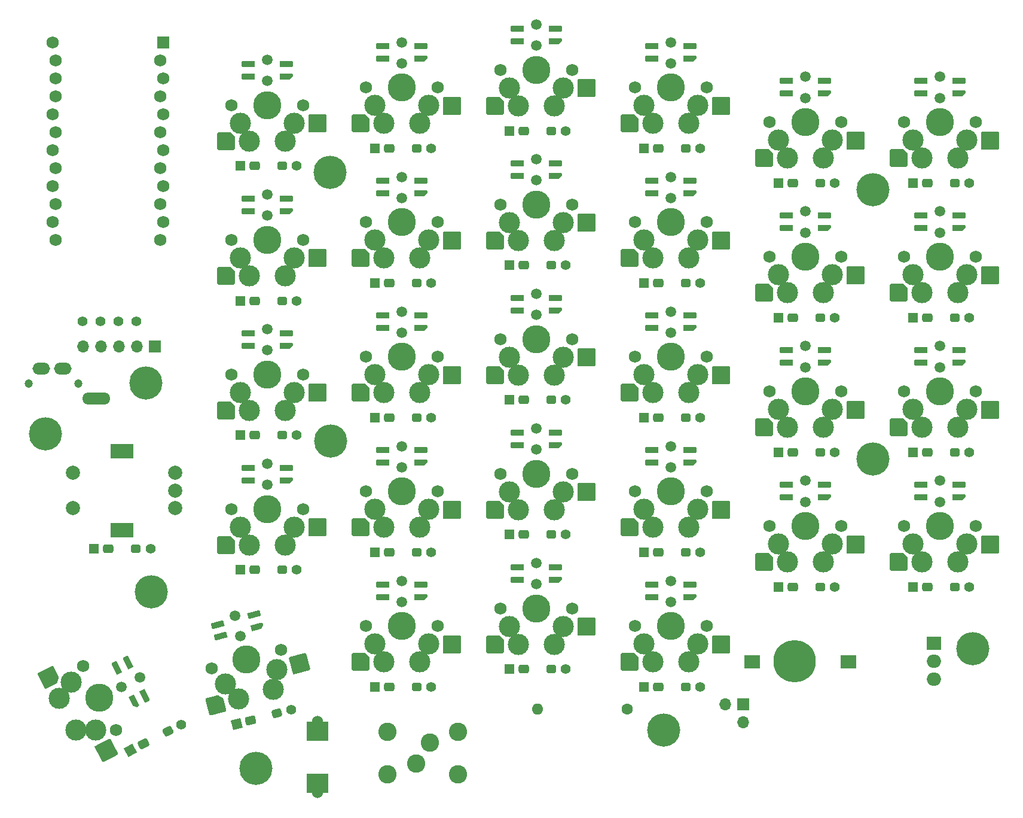
<source format=gbs>
G04 #@! TF.GenerationSoftware,KiCad,Pcbnew,(7.0.0-0)*
G04 #@! TF.CreationDate,2023-04-09T16:09:40-07:00*
G04 #@! TF.ProjectId,Sofle_Loud,536f666c-655f-44c6-9f75-642e6b696361,rev?*
G04 #@! TF.SameCoordinates,Original*
G04 #@! TF.FileFunction,Soldermask,Bot*
G04 #@! TF.FilePolarity,Negative*
%FSLAX46Y46*%
G04 Gerber Fmt 4.6, Leading zero omitted, Abs format (unit mm)*
G04 Created by KiCad (PCBNEW (7.0.0-0)) date 2023-04-09 16:09:40*
%MOMM*%
%LPD*%
G01*
G04 APERTURE LIST*
G04 Aperture macros list*
%AMRoundRect*
0 Rectangle with rounded corners*
0 $1 Rounding radius*
0 $2 $3 $4 $5 $6 $7 $8 $9 X,Y pos of 4 corners*
0 Add a 4 corners polygon primitive as box body*
4,1,4,$2,$3,$4,$5,$6,$7,$8,$9,$2,$3,0*
0 Add four circle primitives for the rounded corners*
1,1,$1+$1,$2,$3*
1,1,$1+$1,$4,$5*
1,1,$1+$1,$6,$7*
1,1,$1+$1,$8,$9*
0 Add four rect primitives between the rounded corners*
20,1,$1+$1,$2,$3,$4,$5,0*
20,1,$1+$1,$4,$5,$6,$7,0*
20,1,$1+$1,$6,$7,$8,$9,0*
20,1,$1+$1,$8,$9,$2,$3,0*%
%AMRotRect*
0 Rectangle, with rotation*
0 The origin of the aperture is its center*
0 $1 length*
0 $2 width*
0 $3 Rotation angle, in degrees counterclockwise*
0 Add horizontal line*
21,1,$1,$2,0,0,$3*%
%AMFreePoly0*
4,1,18,-0.744993,0.000000,-0.324890,0.420103,0.534941,0.420103,0.615324,0.404114,0.683470,0.358580,0.729004,0.290434,0.744993,0.210051,0.744993,-0.210051,0.729004,-0.290434,0.683470,-0.358580,0.615324,-0.404114,0.534941,-0.420103,-0.534941,-0.420103,-0.615324,-0.404114,-0.683470,-0.358580,-0.729004,-0.290434,-0.744993,-0.210051,-0.744993,0.000000,-0.744993,0.000000,$1*%
%AMFreePoly1*
4,1,13,-0.909987,0.210051,-0.893998,0.290434,-0.848464,0.358580,-0.780318,0.404114,-0.699935,0.420103,0.909987,0.420103,0.909987,-0.420103,-0.699935,-0.420103,-0.780318,-0.404114,-0.848464,-0.358580,-0.893998,-0.290434,-0.909987,-0.210051,-0.909987,0.210051,-0.909987,0.210051,$1*%
%AMFreePoly2*
4,1,13,-0.909987,0.212526,-0.893809,0.293856,-0.847740,0.362805,-0.778791,0.408874,-0.697461,0.425052,0.909987,0.425052,0.909987,-0.425052,-0.697461,-0.425052,-0.778791,-0.408874,-0.847740,-0.362805,-0.893809,-0.293856,-0.909987,-0.212526,-0.909987,0.212526,-0.909987,0.212526,$1*%
%AMFreePoly3*
4,1,17,-1.275000,1.012000,-1.255742,1.108819,-1.200898,1.190898,-1.118819,1.245742,-1.022000,1.265000,1.275000,1.265000,1.275000,-1.012000,1.255742,-1.108819,1.200898,-1.190898,1.118819,-1.245742,1.022000,-1.265000,-1.022000,-1.265000,-1.118819,-1.245742,-1.200898,-1.190898,-1.255742,-1.108819,-1.275000,-1.012000,-1.275000,1.012000,-1.275000,1.012000,$1*%
%AMFreePoly4*
4,1,18,-1.250000,1.010000,-1.230970,1.105671,-1.176777,1.186777,-1.095671,1.240970,-1.000000,1.260000,1.000000,1.260000,1.095671,1.240970,1.176777,1.186777,1.230970,1.105671,1.250000,1.010000,1.250000,-1.010000,1.230970,-1.105671,1.176777,-1.186777,1.095671,-1.240970,1.000000,-1.260000,-0.625000,-1.260000,-1.250000,-0.635000,-1.250000,1.010000,-1.250000,1.010000,$1*%
G04 Aperture macros list end*
%ADD10C,1.200000*%
%ADD11O,4.000000X1.700000*%
%ADD12O,2.500000X1.700000*%
%ADD13C,4.700000*%
%ADD14R,1.752600X1.752600*%
%ADD15C,1.752600*%
%ADD16C,1.524000*%
%ADD17C,1.750000*%
%ADD18C,3.000000*%
%ADD19FreePoly0,180.000000*%
%ADD20FreePoly1,180.000000*%
%ADD21R,1.379987X0.840206*%
%ADD22C,3.987800*%
%ADD23C,1.500000*%
%ADD24FreePoly1,0.000000*%
%ADD25FreePoly2,0.000000*%
%ADD26FreePoly3,180.000000*%
%ADD27FreePoly4,180.000000*%
%ADD28FreePoly0,117.000000*%
%ADD29FreePoly1,117.000000*%
%ADD30RotRect,1.379987X0.840206X117.000000*%
%ADD31FreePoly1,297.000000*%
%ADD32FreePoly2,297.000000*%
%ADD33FreePoly3,117.000000*%
%ADD34FreePoly4,117.000000*%
%ADD35C,1.397000*%
%ADD36C,2.000000*%
%ADD37R,3.200000X2.000000*%
%ADD38FreePoly0,195.000000*%
%ADD39FreePoly1,195.000000*%
%ADD40RotRect,1.379987X0.840206X195.000000*%
%ADD41FreePoly1,15.000000*%
%ADD42FreePoly2,15.000000*%
%ADD43FreePoly3,195.000000*%
%ADD44FreePoly4,195.000000*%
%ADD45R,1.700000X1.700000*%
%ADD46O,1.700000X1.700000*%
%ADD47C,2.600000*%
%ADD48C,0.500000*%
%ADD49R,2.311400X1.955800*%
%ADD50C,1.600000*%
%ADD51O,1.600000X1.600000*%
%ADD52R,3.120000X2.795000*%
%ADD53C,6.000000*%
%ADD54R,2.000000X1.905000*%
%ADD55O,2.000000X1.905000*%
%ADD56R,1.400000X1.400000*%
%ADD57RoundRect,0.300000X-0.450000X-0.300000X0.450000X-0.300000X0.450000X0.300000X-0.450000X0.300000X0*%
%ADD58RoundRect,0.300000X-0.400000X-0.300000X0.400000X-0.300000X0.400000X0.300000X-0.400000X0.300000X0*%
%ADD59C,1.400000*%
%ADD60RotRect,1.400000X1.400000X27.000000*%
%ADD61RoundRect,0.300000X-0.264756X-0.471598X0.537150X-0.063006X0.264756X0.471598X-0.537150X0.063006X0*%
%ADD62RoundRect,0.300000X-0.220205X-0.448898X0.492600X-0.085706X0.220205X0.448898X-0.492600X0.085706X0*%
%ADD63RotRect,1.400000X1.400000X15.000000*%
%ADD64RoundRect,0.300000X-0.357021X-0.406246X0.512312X-0.173309X0.357021X0.406246X-0.512312X0.173309X0*%
%ADD65RoundRect,0.300000X-0.308725X-0.393305X0.464016X-0.186250X0.308725X0.393305X-0.464016X0.186250X0*%
G04 APERTURE END LIST*
D10*
X86750000Y-89370000D03*
X86750000Y-89370000D03*
X93750000Y-89370000D03*
X93750000Y-89370000D03*
D11*
X96299999Y-91469999D03*
D12*
X91549999Y-87269999D03*
X88549999Y-87269999D03*
D13*
X104080000Y-118820000D03*
D14*
X105811399Y-41079254D03*
D15*
X105354200Y-43619255D03*
X105811400Y-46159255D03*
X105354200Y-48699255D03*
X105811400Y-51239255D03*
X105354200Y-53779255D03*
X105811400Y-56319255D03*
X105354200Y-58859255D03*
X105811400Y-61399255D03*
X105354200Y-63939255D03*
X105811400Y-66479255D03*
X105354200Y-69019255D03*
X90571400Y-69019255D03*
X90114200Y-66479255D03*
X90571400Y-63939255D03*
X90114200Y-61399255D03*
X90571400Y-58859255D03*
X90114200Y-56319255D03*
X90571400Y-53779255D03*
X90114200Y-51239255D03*
X90571400Y-48699255D03*
X90571400Y-46159255D03*
D16*
X90571400Y-43619255D03*
D15*
X90571400Y-43619255D03*
X90114200Y-41079255D03*
D17*
X125630000Y-50000000D03*
X125630000Y-50000000D03*
D18*
X124360000Y-52540000D03*
D19*
X123404992Y-45909999D03*
D20*
X123239999Y-44159999D03*
D18*
X123090000Y-55080000D03*
D21*
X123020005Y-45909999D03*
D22*
X120550000Y-50000000D03*
X120550000Y-50000000D03*
D23*
X120550000Y-46569730D03*
X120550000Y-43570000D03*
D18*
X118010000Y-55080000D03*
D24*
X117860012Y-45904896D03*
D25*
X117859999Y-44155051D03*
D18*
X116740000Y-52540000D03*
D17*
X115470000Y-50000000D03*
X115470000Y-50000000D03*
D26*
X127634999Y-52554999D03*
D27*
X114707999Y-55069999D03*
D17*
X163730000Y-45000000D03*
X163730000Y-45000000D03*
D18*
X162460000Y-47540000D03*
D19*
X161504992Y-40909999D03*
D20*
X161339999Y-39159999D03*
D18*
X161190000Y-50080000D03*
D21*
X161120005Y-40909999D03*
D22*
X158650000Y-45000000D03*
X158650000Y-45000000D03*
D23*
X158650000Y-41569730D03*
X158650000Y-38570000D03*
D18*
X156110000Y-50080000D03*
D24*
X155960012Y-40904896D03*
D25*
X155959999Y-39155051D03*
D18*
X154840000Y-47540000D03*
D17*
X153570000Y-45000000D03*
X153570000Y-45000000D03*
D26*
X165734999Y-47554999D03*
D27*
X152807999Y-50069999D03*
D17*
X125630000Y-88100000D03*
X125630000Y-88100000D03*
D18*
X124360000Y-90640000D03*
D19*
X123404992Y-84009999D03*
D20*
X123239999Y-82259999D03*
D18*
X123090000Y-93180000D03*
D21*
X123020005Y-84009999D03*
D22*
X120550000Y-88100000D03*
X120550000Y-88100000D03*
D23*
X120550000Y-84669730D03*
X120550000Y-81670000D03*
D18*
X118010000Y-93180000D03*
D24*
X117860012Y-84004896D03*
D25*
X117859999Y-82255051D03*
D18*
X116740000Y-90640000D03*
D17*
X115470000Y-88100000D03*
X115470000Y-88100000D03*
D26*
X127634999Y-90654999D03*
D27*
X114707999Y-93169999D03*
D17*
X144680000Y-85600000D03*
X144680000Y-85600000D03*
D18*
X143410000Y-88140000D03*
D19*
X142454992Y-81509999D03*
D20*
X142289999Y-79759999D03*
D18*
X142140000Y-90680000D03*
D21*
X142070005Y-81509999D03*
D22*
X139600000Y-85600000D03*
X139600000Y-85600000D03*
D23*
X139600000Y-82169730D03*
X139600000Y-79170000D03*
D18*
X137060000Y-90680000D03*
D24*
X136910012Y-81504896D03*
D25*
X136909999Y-79755051D03*
D18*
X135790000Y-88140000D03*
D17*
X134520000Y-85600000D03*
X134520000Y-85600000D03*
D26*
X146684999Y-88154999D03*
D27*
X133757999Y-90669999D03*
D17*
X163730000Y-102150000D03*
X163730000Y-102150000D03*
D18*
X162460000Y-104690000D03*
D19*
X161504992Y-98059999D03*
D20*
X161339999Y-96309999D03*
D18*
X161190000Y-107230000D03*
D21*
X161120005Y-98059999D03*
D22*
X158650000Y-102150000D03*
X158650000Y-102150000D03*
D23*
X158650000Y-98719730D03*
X158650000Y-95720000D03*
D18*
X156110000Y-107230000D03*
D24*
X155960012Y-98054896D03*
D25*
X155959999Y-96305051D03*
D18*
X154840000Y-104690000D03*
D17*
X153570000Y-102150000D03*
X153570000Y-102150000D03*
D26*
X165734999Y-104704999D03*
D27*
X152807999Y-107219999D03*
D17*
X201830000Y-109550000D03*
X201830000Y-109550000D03*
D18*
X200560000Y-112090000D03*
D19*
X199604992Y-105459999D03*
D20*
X199439999Y-103709999D03*
D18*
X199290000Y-114630000D03*
D21*
X199220005Y-105459999D03*
D22*
X196750000Y-109550000D03*
X196750000Y-109550000D03*
D23*
X196750000Y-106119730D03*
X196750000Y-103120000D03*
D18*
X194210000Y-114630000D03*
D24*
X194060012Y-105454896D03*
D25*
X194059999Y-103705051D03*
D18*
X192940000Y-112090000D03*
D17*
X191670000Y-109550000D03*
X191670000Y-109550000D03*
D26*
X203834999Y-112104999D03*
D27*
X190907999Y-114619999D03*
D17*
X99102018Y-138367122D03*
X99102018Y-138367122D03*
D18*
X96262293Y-138388680D03*
D28*
X101736101Y-134527804D03*
D29*
X103220458Y-133586311D03*
D18*
X93422569Y-138410237D03*
D30*
X101561321Y-134184778D03*
D22*
X96795746Y-133840809D03*
X96795746Y-133840809D03*
D23*
X99852139Y-132283499D03*
X102524918Y-130921650D03*
D18*
X91116297Y-133883924D03*
D31*
X99223280Y-129584874D03*
D32*
X100782397Y-128790450D03*
D18*
X92802886Y-131599210D03*
D17*
X94489474Y-129314496D03*
X94489474Y-129314496D03*
D33*
X97735746Y-141313535D03*
D34*
X89626129Y-130937280D03*
D13*
X89175000Y-96460000D03*
D35*
X94389999Y-80530000D03*
X96929999Y-80530000D03*
X99469999Y-80530000D03*
X102009999Y-80530000D03*
D13*
X103336053Y-89258552D03*
D36*
X107500000Y-107000000D03*
X107500000Y-102000000D03*
X107500000Y-104500000D03*
D37*
X99999999Y-110099999D03*
X99999999Y-98899999D03*
D36*
X93000000Y-102000000D03*
X93000000Y-107000000D03*
D17*
X122506903Y-127085199D03*
X122506903Y-127085199D03*
D18*
X121937578Y-129867351D03*
D38*
X119299141Y-123710436D03*
D39*
X118686836Y-122062769D03*
D18*
X121368252Y-132649503D03*
D40*
X118927272Y-123810078D03*
D22*
X117600000Y-128400000D03*
X117600000Y-128400000D03*
D23*
X116712181Y-125086614D03*
X115935794Y-122189097D03*
D18*
X116461349Y-133964304D03*
D41*
X113941780Y-125140653D03*
D42*
X113488875Y-123450436D03*
D18*
X114577223Y-131839552D03*
D17*
X112693097Y-129714801D03*
X112693097Y-129714801D03*
D43*
X125104866Y-129034207D03*
D44*
X113269273Y-134809264D03*
D17*
X220880000Y-71450000D03*
X220880000Y-71450000D03*
D18*
X219610000Y-73990000D03*
D19*
X218654992Y-67359999D03*
D20*
X218489999Y-65609999D03*
D18*
X218340000Y-76530000D03*
D21*
X218270005Y-67359999D03*
D22*
X215800000Y-71450000D03*
X215800000Y-71450000D03*
D23*
X215800000Y-68019730D03*
X215800000Y-65020000D03*
D18*
X213260000Y-76530000D03*
D24*
X213110012Y-67354896D03*
D25*
X213109999Y-65605051D03*
D18*
X211990000Y-73990000D03*
D17*
X210720000Y-71450000D03*
X210720000Y-71450000D03*
D26*
X222884999Y-74004999D03*
D27*
X209957999Y-76519999D03*
D17*
X220880000Y-90500000D03*
X220880000Y-90500000D03*
D18*
X219610000Y-93040000D03*
D19*
X218654992Y-86409999D03*
D20*
X218489999Y-84659999D03*
D18*
X218340000Y-95580000D03*
D21*
X218270005Y-86409999D03*
D22*
X215800000Y-90500000D03*
X215800000Y-90500000D03*
D23*
X215800000Y-87069730D03*
X215800000Y-84070000D03*
D18*
X213260000Y-95580000D03*
D24*
X213110012Y-86404896D03*
D25*
X213109999Y-84655051D03*
D18*
X211990000Y-93040000D03*
D17*
X210720000Y-90500000D03*
X210720000Y-90500000D03*
D26*
X222884999Y-93054999D03*
D27*
X209957999Y-95569999D03*
D17*
X220880000Y-109550000D03*
X220880000Y-109550000D03*
D18*
X219610000Y-112090000D03*
D19*
X218654992Y-105459999D03*
D20*
X218489999Y-103709999D03*
D18*
X218340000Y-114630000D03*
D21*
X218270005Y-105459999D03*
D22*
X215800000Y-109550000D03*
X215800000Y-109550000D03*
D23*
X215800000Y-106119730D03*
X215800000Y-103120000D03*
D18*
X213260000Y-114630000D03*
D24*
X213110012Y-105454896D03*
D25*
X213109999Y-103705051D03*
D18*
X211990000Y-112090000D03*
D17*
X210720000Y-109550000D03*
X210720000Y-109550000D03*
D26*
X222884999Y-112104999D03*
D27*
X209957999Y-114619999D03*
D17*
X182780000Y-47500000D03*
X182780000Y-47500000D03*
D18*
X181510000Y-50040000D03*
D19*
X180554992Y-43409999D03*
D20*
X180389999Y-41659999D03*
D18*
X180240000Y-52580000D03*
D21*
X180170005Y-43409999D03*
D22*
X177700000Y-47500000D03*
X177700000Y-47500000D03*
D23*
X177700000Y-44069730D03*
X177700000Y-41070000D03*
D18*
X175160000Y-52580000D03*
D24*
X175010012Y-43404896D03*
D25*
X175009999Y-41655051D03*
D18*
X173890000Y-50040000D03*
D17*
X172620000Y-47500000D03*
X172620000Y-47500000D03*
D26*
X184784999Y-50054999D03*
D27*
X171857999Y-52569999D03*
D13*
X206290000Y-61910000D03*
D17*
X201830000Y-52400000D03*
X201830000Y-52400000D03*
D18*
X200560000Y-54940000D03*
D19*
X199604992Y-48309999D03*
D20*
X199439999Y-46559999D03*
D18*
X199290000Y-57480000D03*
D21*
X199220005Y-48309999D03*
D22*
X196750000Y-52400000D03*
X196750000Y-52400000D03*
D23*
X196750000Y-48969730D03*
X196750000Y-45970000D03*
D18*
X194210000Y-57480000D03*
D24*
X194060012Y-48304896D03*
D25*
X194059999Y-46555051D03*
D18*
X192940000Y-54940000D03*
D17*
X191670000Y-52400000D03*
X191670000Y-52400000D03*
D26*
X203834999Y-54954999D03*
D27*
X190907999Y-57469999D03*
D17*
X144680000Y-66550000D03*
X144680000Y-66550000D03*
D18*
X143410000Y-69090000D03*
D19*
X142454992Y-62459999D03*
D20*
X142289999Y-60709999D03*
D18*
X142140000Y-71630000D03*
D21*
X142070005Y-62459999D03*
D22*
X139600000Y-66550000D03*
X139600000Y-66550000D03*
D23*
X139600000Y-63119730D03*
X139600000Y-60120000D03*
D18*
X137060000Y-71630000D03*
D24*
X136910012Y-62454896D03*
D25*
X136909999Y-60705051D03*
D18*
X135790000Y-69090000D03*
D17*
X134520000Y-66550000D03*
X134520000Y-66550000D03*
D26*
X146684999Y-69104999D03*
D27*
X133757999Y-71619999D03*
D17*
X182780000Y-66550000D03*
X182780000Y-66550000D03*
D18*
X181510000Y-69090000D03*
D19*
X180554992Y-62459999D03*
D20*
X180389999Y-60709999D03*
D18*
X180240000Y-71630000D03*
D21*
X180170005Y-62459999D03*
D22*
X177700000Y-66550000D03*
X177700000Y-66550000D03*
D23*
X177700000Y-63119730D03*
X177700000Y-60120000D03*
D18*
X175160000Y-71630000D03*
D24*
X175010012Y-62454896D03*
D25*
X175009999Y-60705051D03*
D18*
X173890000Y-69090000D03*
D17*
X172620000Y-66550000D03*
X172620000Y-66550000D03*
D26*
X184784999Y-69104999D03*
D27*
X171857999Y-71619999D03*
D17*
X163730000Y-64050000D03*
X163730000Y-64050000D03*
D18*
X162460000Y-66590000D03*
D19*
X161504992Y-59959999D03*
D20*
X161339999Y-58209999D03*
D18*
X161190000Y-69130000D03*
D21*
X161120005Y-59959999D03*
D22*
X158650000Y-64050000D03*
X158650000Y-64050000D03*
D23*
X158650000Y-60619730D03*
X158650000Y-57620000D03*
D18*
X156110000Y-69130000D03*
D24*
X155960012Y-59954896D03*
D25*
X155959999Y-58205051D03*
D18*
X154840000Y-66590000D03*
D17*
X153570000Y-64050000D03*
X153570000Y-64050000D03*
D26*
X165734999Y-66604999D03*
D27*
X152807999Y-69119999D03*
D17*
X182780000Y-85600000D03*
X182780000Y-85600000D03*
D18*
X181510000Y-88140000D03*
D19*
X180554992Y-81509999D03*
D20*
X180389999Y-79759999D03*
D18*
X180240000Y-90680000D03*
D21*
X180170005Y-81509999D03*
D22*
X177700000Y-85600000D03*
X177700000Y-85600000D03*
D23*
X177700000Y-82169730D03*
X177700000Y-79170000D03*
D18*
X175160000Y-90680000D03*
D24*
X175010012Y-81504896D03*
D25*
X175009999Y-79755051D03*
D18*
X173890000Y-88140000D03*
D17*
X172620000Y-85600000D03*
X172620000Y-85600000D03*
D26*
X184784999Y-88154999D03*
D27*
X171857999Y-90669999D03*
D17*
X220880000Y-52400000D03*
X220880000Y-52400000D03*
D18*
X219610000Y-54940000D03*
D19*
X218654992Y-48309999D03*
D20*
X218489999Y-46559999D03*
D18*
X218340000Y-57480000D03*
D21*
X218270005Y-48309999D03*
D22*
X215800000Y-52400000D03*
X215800000Y-52400000D03*
D23*
X215800000Y-48969730D03*
X215800000Y-45970000D03*
D18*
X213260000Y-57480000D03*
D24*
X213110012Y-48304896D03*
D25*
X213109999Y-46555051D03*
D18*
X211990000Y-54940000D03*
D17*
X210720000Y-52400000D03*
X210720000Y-52400000D03*
D26*
X222884999Y-54954999D03*
D27*
X209957999Y-57469999D03*
D17*
X125630000Y-69050000D03*
X125630000Y-69050000D03*
D18*
X124360000Y-71590000D03*
D19*
X123404992Y-64959999D03*
D20*
X123239999Y-63209999D03*
D18*
X123090000Y-74130000D03*
D21*
X123020005Y-64959999D03*
D22*
X120550000Y-69050000D03*
X120550000Y-69050000D03*
D23*
X120550000Y-65619730D03*
X120550000Y-62620000D03*
D18*
X118010000Y-74130000D03*
D24*
X117860012Y-64954896D03*
D25*
X117859999Y-63205051D03*
D18*
X116740000Y-71590000D03*
D17*
X115470000Y-69050000D03*
X115470000Y-69050000D03*
D26*
X127634999Y-71604999D03*
D27*
X114707999Y-74119999D03*
D17*
X182780000Y-123700000D03*
X182780000Y-123700000D03*
D18*
X181510000Y-126240000D03*
D19*
X180554992Y-119609999D03*
D20*
X180389999Y-117859999D03*
D18*
X180240000Y-128780000D03*
D21*
X180170005Y-119609999D03*
D22*
X177700000Y-123700000D03*
X177700000Y-123700000D03*
D23*
X177700000Y-120269730D03*
X177700000Y-117270000D03*
D18*
X175160000Y-128780000D03*
D24*
X175010012Y-119604896D03*
D25*
X175009999Y-117855051D03*
D18*
X173890000Y-126240000D03*
D17*
X172620000Y-123700000D03*
X172620000Y-123700000D03*
D26*
X184784999Y-126254999D03*
D27*
X171857999Y-128769999D03*
D17*
X201830000Y-71450000D03*
X201830000Y-71450000D03*
D18*
X200560000Y-73990000D03*
D19*
X199604992Y-67359999D03*
D20*
X199439999Y-65609999D03*
D18*
X199290000Y-76530000D03*
D21*
X199220005Y-67359999D03*
D22*
X196750000Y-71450000D03*
X196750000Y-71450000D03*
D23*
X196750000Y-68019730D03*
X196750000Y-65020000D03*
D18*
X194210000Y-76530000D03*
D24*
X194060012Y-67354896D03*
D25*
X194059999Y-65605051D03*
D18*
X192940000Y-73990000D03*
D17*
X191670000Y-71450000D03*
X191670000Y-71450000D03*
D26*
X203834999Y-74004999D03*
D27*
X190907999Y-76519999D03*
D17*
X182780000Y-104650000D03*
X182780000Y-104650000D03*
D18*
X181510000Y-107190000D03*
D19*
X180554992Y-100559999D03*
D20*
X180389999Y-98809999D03*
D18*
X180240000Y-109730000D03*
D21*
X180170005Y-100559999D03*
D22*
X177700000Y-104650000D03*
X177700000Y-104650000D03*
D23*
X177700000Y-101219730D03*
X177700000Y-98220000D03*
D18*
X175160000Y-109730000D03*
D24*
X175010012Y-100554896D03*
D25*
X175009999Y-98805051D03*
D18*
X173890000Y-107190000D03*
D17*
X172620000Y-104650000D03*
X172620000Y-104650000D03*
D26*
X184784999Y-107204999D03*
D27*
X171857999Y-109719999D03*
D17*
X201830000Y-90500000D03*
X201830000Y-90500000D03*
D18*
X200560000Y-93040000D03*
D19*
X199604992Y-86409999D03*
D20*
X199439999Y-84659999D03*
D18*
X199290000Y-95580000D03*
D21*
X199220005Y-86409999D03*
D22*
X196750000Y-90500000D03*
X196750000Y-90500000D03*
D23*
X196750000Y-87069730D03*
X196750000Y-84070000D03*
D18*
X194210000Y-95580000D03*
D24*
X194060012Y-86404896D03*
D25*
X194059999Y-84655051D03*
D18*
X192940000Y-93040000D03*
D17*
X191670000Y-90500000D03*
X191670000Y-90500000D03*
D26*
X203834999Y-93054999D03*
D27*
X190907999Y-95569999D03*
D17*
X163730000Y-121200000D03*
X163730000Y-121200000D03*
D18*
X162460000Y-123740000D03*
D19*
X161504992Y-117109999D03*
D20*
X161339999Y-115359999D03*
D18*
X161190000Y-126280000D03*
D21*
X161120005Y-117109999D03*
D22*
X158650000Y-121200000D03*
X158650000Y-121200000D03*
D23*
X158650000Y-117769730D03*
X158650000Y-114770000D03*
D18*
X156110000Y-126280000D03*
D24*
X155960012Y-117104896D03*
D25*
X155959999Y-115355051D03*
D18*
X154840000Y-123740000D03*
D17*
X153570000Y-121200000D03*
X153570000Y-121200000D03*
D26*
X165734999Y-123754999D03*
D27*
X152807999Y-126269999D03*
D17*
X163730000Y-83100000D03*
X163730000Y-83100000D03*
D18*
X162460000Y-85640000D03*
D19*
X161504992Y-79009999D03*
D20*
X161339999Y-77259999D03*
D18*
X161190000Y-88180000D03*
D21*
X161120005Y-79009999D03*
D22*
X158650000Y-83100000D03*
X158650000Y-83100000D03*
D23*
X158650000Y-79669730D03*
X158650000Y-76670000D03*
D18*
X156110000Y-88180000D03*
D24*
X155960012Y-79004896D03*
D25*
X155959999Y-77255051D03*
D18*
X154840000Y-85640000D03*
D17*
X153570000Y-83100000D03*
X153570000Y-83100000D03*
D26*
X165734999Y-85654999D03*
D27*
X152807999Y-88169999D03*
D17*
X144680000Y-47500000D03*
X144680000Y-47500000D03*
D18*
X143410000Y-50040000D03*
D19*
X142454992Y-43409999D03*
D20*
X142289999Y-41659999D03*
D18*
X142140000Y-52580000D03*
D21*
X142070005Y-43409999D03*
D22*
X139600000Y-47500000D03*
X139600000Y-47500000D03*
D23*
X139600000Y-44069730D03*
X139600000Y-41070000D03*
D18*
X137060000Y-52580000D03*
D24*
X136910012Y-43404896D03*
D25*
X136909999Y-41655051D03*
D18*
X135790000Y-50040000D03*
D17*
X134520000Y-47500000D03*
X134520000Y-47500000D03*
D26*
X146684999Y-50054999D03*
D27*
X133757999Y-52569999D03*
D17*
X144680000Y-104650000D03*
X144680000Y-104650000D03*
D18*
X143410000Y-107190000D03*
D19*
X142454992Y-100559999D03*
D20*
X142289999Y-98809999D03*
D18*
X142140000Y-109730000D03*
D21*
X142070005Y-100559999D03*
D22*
X139600000Y-104650000D03*
X139600000Y-104650000D03*
D23*
X139600000Y-101219730D03*
X139600000Y-98220000D03*
D18*
X137060000Y-109730000D03*
D24*
X136910012Y-100554896D03*
D25*
X136909999Y-98805051D03*
D18*
X135790000Y-107190000D03*
D17*
X134520000Y-104650000D03*
X134520000Y-104650000D03*
D26*
X146684999Y-107204999D03*
D27*
X133757999Y-109719999D03*
D13*
X206275000Y-100025000D03*
D17*
X144680000Y-123700000D03*
X144680000Y-123700000D03*
D18*
X143410000Y-126240000D03*
D19*
X142454992Y-119609999D03*
D20*
X142289999Y-117859999D03*
D18*
X142140000Y-128780000D03*
D21*
X142070005Y-119609999D03*
D22*
X139600000Y-123700000D03*
X139600000Y-123700000D03*
D23*
X139600000Y-120269730D03*
X139600000Y-117270000D03*
D18*
X137060000Y-128780000D03*
D24*
X136910012Y-119604896D03*
D25*
X136909999Y-117855051D03*
D18*
X135790000Y-126240000D03*
D17*
X134520000Y-123700000D03*
X134520000Y-123700000D03*
D26*
X146684999Y-126254999D03*
D27*
X133757999Y-128769999D03*
D13*
X129440000Y-59510000D03*
X129530000Y-97460000D03*
D45*
X104615235Y-84119999D03*
D46*
X102075235Y-84119999D03*
X99535235Y-84119999D03*
X96995235Y-84119999D03*
X94455235Y-84119999D03*
D47*
X147590000Y-144650000D03*
X147590000Y-138650000D03*
X143590000Y-140150000D03*
X141590000Y-143150000D03*
X137590000Y-144650000D03*
X137590000Y-138675000D03*
D48*
X189215500Y-128710000D03*
D49*
X189215499Y-128709999D03*
D48*
X202804500Y-128710000D03*
D49*
X202804499Y-128709999D03*
D50*
X171550000Y-135400000D03*
D51*
X158849999Y-135399999D03*
D52*
X127639999Y-138557499D03*
D16*
X127640000Y-137160000D03*
X127640000Y-147320000D03*
D52*
X127639999Y-145922499D03*
D13*
X220470000Y-126900000D03*
D53*
X195235000Y-128660000D03*
D54*
X214924999Y-126089999D03*
D55*
X214924999Y-128629999D03*
X214924999Y-131169999D03*
D13*
X176640000Y-138380000D03*
D17*
X125630000Y-107150000D03*
X125630000Y-107150000D03*
D18*
X124360000Y-109690000D03*
D19*
X123404992Y-103059999D03*
D20*
X123239999Y-101309999D03*
D18*
X123090000Y-112230000D03*
D21*
X123020005Y-103059999D03*
D22*
X120550000Y-107150000D03*
X120550000Y-107150000D03*
D23*
X120550000Y-103719730D03*
X120550000Y-100720000D03*
D18*
X118010000Y-112230000D03*
D24*
X117860012Y-103054896D03*
D25*
X117859999Y-101305051D03*
D18*
X116740000Y-109690000D03*
D17*
X115470000Y-107150000D03*
X115470000Y-107150000D03*
D26*
X127634999Y-109704999D03*
D27*
X114707999Y-112219999D03*
D45*
X187979999Y-134779999D03*
D46*
X185439999Y-134779999D03*
X187979999Y-137319999D03*
D13*
X118930000Y-143800000D03*
D56*
X116729999Y-58574999D03*
D57*
X118780000Y-58575000D03*
D58*
X122630000Y-58575000D03*
D59*
X124730000Y-58575000D03*
D56*
X135779999Y-56074999D03*
D57*
X137830000Y-56075000D03*
D58*
X141680000Y-56075000D03*
D59*
X143780000Y-56075000D03*
D56*
X154829999Y-53609999D03*
D57*
X156880000Y-53610000D03*
D58*
X160730000Y-53610000D03*
D59*
X162830000Y-53610000D03*
D56*
X173879999Y-56074999D03*
D57*
X175930000Y-56075000D03*
D58*
X179780000Y-56075000D03*
D59*
X181880000Y-56075000D03*
D56*
X192929999Y-60974999D03*
D57*
X194980000Y-60975000D03*
D58*
X198830000Y-60975000D03*
D59*
X200930000Y-60975000D03*
D56*
X211979999Y-60974999D03*
D57*
X214030000Y-60975000D03*
D58*
X217880000Y-60975000D03*
D59*
X219980000Y-60975000D03*
D56*
X116729999Y-96674999D03*
D57*
X118780000Y-96675000D03*
D58*
X122630000Y-96675000D03*
D59*
X124730000Y-96675000D03*
D56*
X116729999Y-115724999D03*
D57*
X118780000Y-115725000D03*
D58*
X122630000Y-115725000D03*
D59*
X124730000Y-115725000D03*
D56*
X95999999Y-112739999D03*
D57*
X98050000Y-112740000D03*
D58*
X101900000Y-112740000D03*
D59*
X104000000Y-112740000D03*
D60*
X101193061Y-141278543D03*
D61*
X103019625Y-140347863D03*
D62*
X106450000Y-138600000D03*
D59*
X108321114Y-137646620D03*
D56*
X116729999Y-77674999D03*
D57*
X118780000Y-77675000D03*
D58*
X122630000Y-77675000D03*
D59*
X124730000Y-77675000D03*
D56*
X135779999Y-75124999D03*
D57*
X137830000Y-75125000D03*
D58*
X141680000Y-75125000D03*
D59*
X143780000Y-75125000D03*
D56*
X154829999Y-72624999D03*
D57*
X156880000Y-72625000D03*
D58*
X160730000Y-72625000D03*
D59*
X162830000Y-72625000D03*
D56*
X173879999Y-75124999D03*
D57*
X175930000Y-75125000D03*
D58*
X179780000Y-75125000D03*
D59*
X181880000Y-75125000D03*
D56*
X192929999Y-80024999D03*
D57*
X194980000Y-80025000D03*
D58*
X198830000Y-80025000D03*
D59*
X200930000Y-80025000D03*
D56*
X211979999Y-80024999D03*
D57*
X214030000Y-80025000D03*
D58*
X217880000Y-80025000D03*
D59*
X219980000Y-80025000D03*
D63*
X116221037Y-137567031D03*
D64*
X118201186Y-137036453D03*
D65*
X121920000Y-136040000D03*
D59*
X123948444Y-135496480D03*
D56*
X154829999Y-91674999D03*
D57*
X156880000Y-91675000D03*
D58*
X160730000Y-91675000D03*
D59*
X162830000Y-91675000D03*
D56*
X192929999Y-99074999D03*
D57*
X194980000Y-99075000D03*
D58*
X198830000Y-99075000D03*
D59*
X200930000Y-99075000D03*
D56*
X211979999Y-99074999D03*
D57*
X214030000Y-99075000D03*
D58*
X217880000Y-99075000D03*
D59*
X219980000Y-99075000D03*
D56*
X135779999Y-132274999D03*
D57*
X137830000Y-132275000D03*
D58*
X141680000Y-132275000D03*
D59*
X143780000Y-132275000D03*
D56*
X154829999Y-129774999D03*
D57*
X156880000Y-129775000D03*
D58*
X160730000Y-129775000D03*
D59*
X162830000Y-129775000D03*
D56*
X211979999Y-118124999D03*
D57*
X214030000Y-118125000D03*
D58*
X217880000Y-118125000D03*
D59*
X219980000Y-118125000D03*
D56*
X135779999Y-113224999D03*
D57*
X137830000Y-113225000D03*
D58*
X141680000Y-113225000D03*
D59*
X143780000Y-113225000D03*
D56*
X154829999Y-110724999D03*
D57*
X156880000Y-110725000D03*
D58*
X160730000Y-110725000D03*
D59*
X162830000Y-110725000D03*
D56*
X173879999Y-113224999D03*
D57*
X175930000Y-113225000D03*
D58*
X179780000Y-113225000D03*
D59*
X181880000Y-113225000D03*
D56*
X192929999Y-118124999D03*
D57*
X194980000Y-118125000D03*
D58*
X198830000Y-118125000D03*
D59*
X200930000Y-118125000D03*
D56*
X135779999Y-94174999D03*
D57*
X137830000Y-94175000D03*
D58*
X141680000Y-94175000D03*
D59*
X143780000Y-94175000D03*
D56*
X173879999Y-132274999D03*
D57*
X175930000Y-132275000D03*
D58*
X179780000Y-132275000D03*
D59*
X181880000Y-132275000D03*
D56*
X173879999Y-94174999D03*
D57*
X175930000Y-94175000D03*
D58*
X179780000Y-94175000D03*
D59*
X181880000Y-94175000D03*
M02*

</source>
